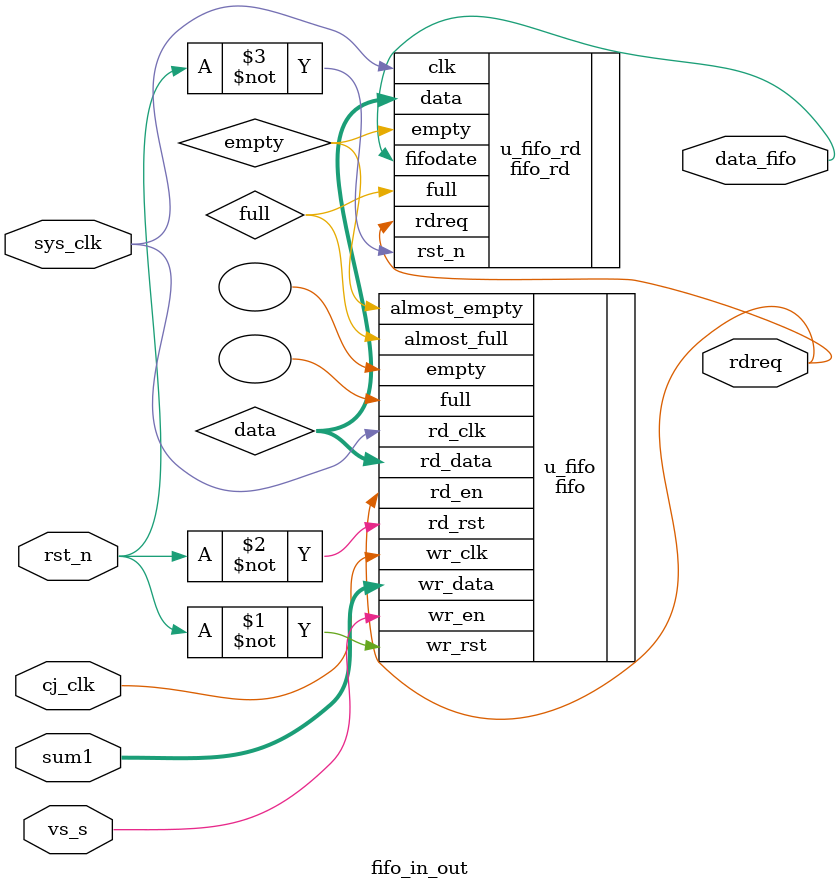
<source format=v>
module fifo_in_out(
    input       sys_clk    ,         // Ê±ÖÓÐÅºÅ
    input       cj_clk     ,
    input       rst_n      ,      // ¸´Î»
    input [8:0] sum1       , 
    input       vs_s       ,
    output      data_fifo  ,
    output       rdreq      
);

//wire define

wire            vs_s    ;        
wire   [8:0]    data    ;         
//reg    [8:0]    sum1    ;
wire     [8:0]    sum1   ;
wire            rdreq   ;        
wire    [8:0]   q       ;         
wire            empty ;        
wire            full  ;         
//*****************************************************
//**                    main code
//*****************************************************

//always  @(posedge cj_clk or negedge rst)begin
  //  if(rst==1'b0)begin
        //data <= 0 ;
  //  end
   // else if(vs_s==1)begin
  //      data <= sum1 ;
 //   end

//end



//Àý»¯FIFOÄ£¿é
fifo u_fifo(
    .wr_data(sum1), // input [7:0]
    .wr_en(vs_s), // input
    .wr_clk(cj_clk), // input
    .full(), // output
    .wr_rst(~rst_n ), // input
    .almost_full(  full   ), // output
    .rd_data(data), // output [7:0]
    .rd_en(rdreq), // input
    .rd_clk(sys_clk), // input
    .empty(), // output
    .rd_rst(~rst_n ), // input
    .almost_empty(   empty      )
);


//Àý»¯¶ÁFIFOÄ£¿é
fifo_rd u_fifo_rd(
    .clk     (sys_clk ),          // ¶ÁÊ±???
    .rst_n   (~rst_n   ),         // ¸´Î»ÐÅºÅ

    .rdreq   (rdreq   ),          // ¶ÁÇë???
    .data     (data       ),          // ´ÓFIFOÊä³öµÄÊý???
    .empty (empty ),          // ¶Á¿ÕÐÅºÅ
    .full  (full  ),           // ¶ÁÂúÐÅºÅ
    .fifodate  (data_fifo)
   
);

endmodule 
</source>
